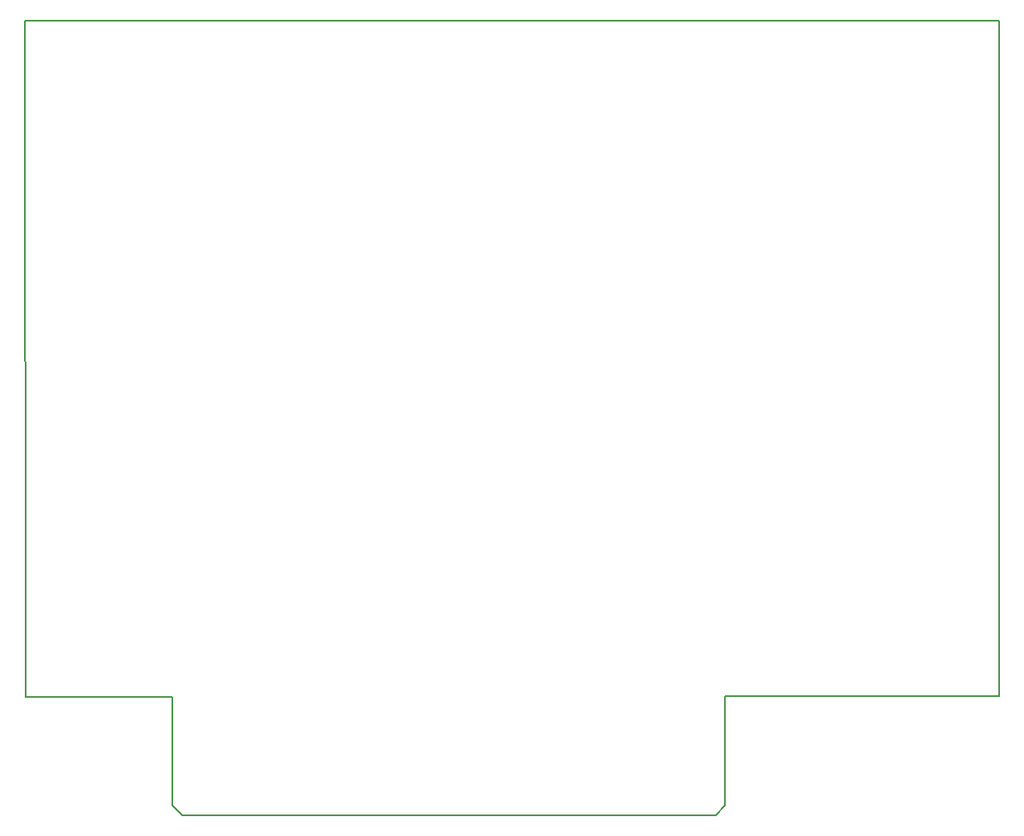
<source format=gbr>
G04 #@! TF.GenerationSoftware,KiCad,Pcbnew,(5.1.2-1)-1*
G04 #@! TF.CreationDate,2020-06-07T15:36:17+02:00*
G04 #@! TF.ProjectId,ElkWifi,456c6b57-6966-4692-9e6b-696361645f70,rev?*
G04 #@! TF.SameCoordinates,Original*
G04 #@! TF.FileFunction,Profile,NP*
%FSLAX46Y46*%
G04 Gerber Fmt 4.6, Leading zero omitted, Abs format (unit mm)*
G04 Created by KiCad (PCBNEW (5.1.2-1)-1) date 2020-06-07 15:36:17*
%MOMM*%
%LPD*%
G04 APERTURE LIST*
%ADD10C,0.150000*%
G04 APERTURE END LIST*
D10*
X169372280Y-96276160D02*
X141394180Y-96271080D01*
X69880480Y-96385380D02*
X84881720Y-96390460D01*
X69850000Y-27178000D02*
X69875400Y-96382840D01*
X169418000Y-27178000D02*
X69850000Y-27178000D01*
X169372280Y-96276160D02*
X169418000Y-27178000D01*
X141399260Y-107449620D02*
X141399260Y-96273620D01*
X140400260Y-108465620D02*
X141400260Y-107465620D01*
X85900260Y-108465620D02*
X140400260Y-108465620D01*
X84900260Y-107465620D02*
X85900260Y-108465620D01*
X84884260Y-96400620D02*
X84884260Y-107449620D01*
M02*

</source>
